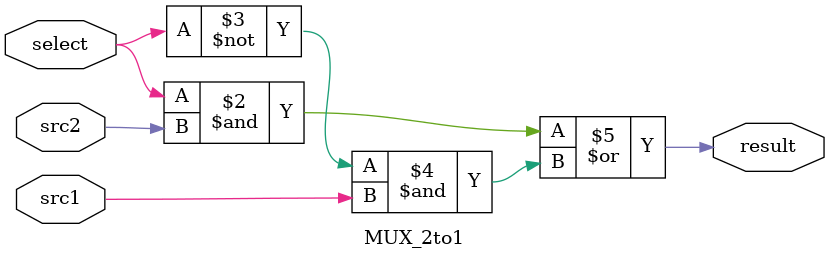
<source format=v>
`timescale 1ns/1ps

module MUX_2to1(
	input      src1,
	input      src2,
	input	   select,
	output reg result
	);

/* Write down your code HERE */
	always @(*) begin
		result = (select & src2) | (~select & src1);
	end

endmodule
</source>
